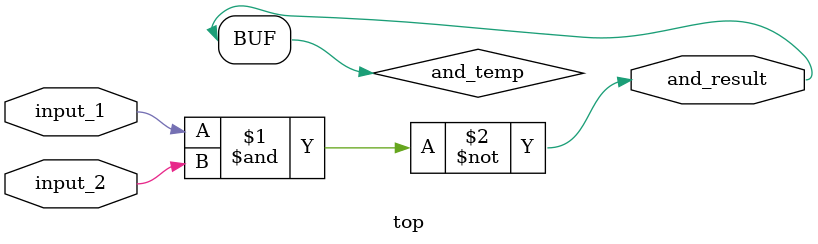
<source format=v>
module top (input_1,
            input_2,
            and_result);
    
    input  input_1;
    input  input_2;
    output and_result;
    
    wire   and_temp;
    
    assign and_temp   = ~(input_1 & input_2);
    assign and_result = and_temp;
endmodule

</source>
